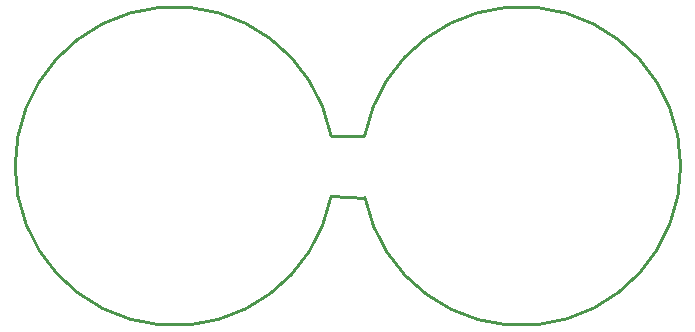
<source format=gko>
G04 Layer: BoardOutlineLayer*
G04 EasyEDA v6.5.22, 2023-02-07 10:05:31*
G04 24e3a34850004dcea71f034b172b0f1c,75b3b602af0e4f63a68ccc19c93352f5,10*
G04 Gerber Generator version 0.2*
G04 Scale: 100 percent, Rotated: No, Reflected: No *
G04 Dimensions in millimeters *
G04 leading zeros omitted , absolute positions ,4 integer and 5 decimal *
%FSLAX45Y45*%
%MOMM*%

%ADD10C,0.2540*%
D10*
X1325879Y259079D02*
G01*
X1599996Y255998D01*
X1325445Y-256354D02*
G01*
X1611614Y-266819D01*
G75*
G01*
X1324953Y258900D02*
G03*
X1325446Y-256355I-1324953J-258895D01*
G75*
G01*
X1611615Y-266819D02*
G03*
X1610236Y259888I1323379J266820D01*

%LPD*%
M02*

</source>
